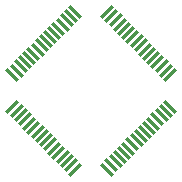
<source format=gbr>
%TF.GenerationSoftware,KiCad,Pcbnew,7.0.5*%
%TF.CreationDate,2023-07-24T11:34:01-05:00*%
%TF.ProjectId,AcoplePic32,41636f70-6c65-4506-9963-33322e6b6963,rev?*%
%TF.SameCoordinates,Original*%
%TF.FileFunction,Paste,Top*%
%TF.FilePolarity,Positive*%
%FSLAX46Y46*%
G04 Gerber Fmt 4.6, Leading zero omitted, Abs format (unit mm)*
G04 Created by KiCad (PCBNEW 7.0.5) date 2023-07-24 11:34:01*
%MOMM*%
%LPD*%
G01*
G04 APERTURE LIST*
G04 Aperture macros list*
%AMRotRect*
0 Rectangle, with rotation*
0 The origin of the aperture is its center*
0 $1 length*
0 $2 width*
0 $3 Rotation angle, in degrees counterclockwise*
0 Add horizontal line*
21,1,$1,$2,0,0,$3*%
G04 Aperture macros list end*
%ADD10RotRect,0.279400X1.346200X45.000000*%
%ADD11RotRect,0.279400X1.346200X315.000000*%
G04 APERTURE END LIST*
D10*
%TO.C,U1*%
X120971651Y-84334175D03*
X120618098Y-84687728D03*
X120264544Y-85041282D03*
X119910991Y-85394835D03*
X119557437Y-85748389D03*
X119203884Y-86101942D03*
X118850331Y-86455495D03*
X118496777Y-86809049D03*
X118143224Y-87162602D03*
X117789670Y-87516156D03*
X117436117Y-87869709D03*
X117082564Y-88223262D03*
X116729010Y-88576816D03*
X116375457Y-88930369D03*
X116021903Y-89283923D03*
X115668350Y-89637476D03*
D11*
X115668350Y-92362524D03*
X116021903Y-92716077D03*
X116375457Y-93069631D03*
X116729010Y-93423184D03*
X117082564Y-93776738D03*
X117436117Y-94130291D03*
X117789670Y-94483844D03*
X118143224Y-94837398D03*
X118496777Y-95190951D03*
X118850331Y-95544505D03*
X119203884Y-95898058D03*
X119557437Y-96251611D03*
X119910991Y-96605165D03*
X120264544Y-96958718D03*
X120618098Y-97312272D03*
X120971651Y-97665825D03*
D10*
X123696699Y-97665825D03*
X124050252Y-97312272D03*
X124403806Y-96958718D03*
X124757359Y-96605165D03*
X125110913Y-96251611D03*
X125464466Y-95898058D03*
X125818019Y-95544505D03*
X126171573Y-95190951D03*
X126525126Y-94837398D03*
X126878680Y-94483844D03*
X127232233Y-94130291D03*
X127585786Y-93776738D03*
X127939340Y-93423184D03*
X128292893Y-93069631D03*
X128646447Y-92716077D03*
X129000000Y-92362524D03*
D11*
X129000000Y-89637476D03*
X128646447Y-89283923D03*
X128292893Y-88930369D03*
X127939340Y-88576816D03*
X127585786Y-88223262D03*
X127232233Y-87869709D03*
X126878680Y-87516156D03*
X126525126Y-87162602D03*
X126171573Y-86809049D03*
X125818019Y-86455495D03*
X125464466Y-86101942D03*
X125110913Y-85748389D03*
X124757359Y-85394835D03*
X124403806Y-85041282D03*
X124050252Y-84687728D03*
X123696699Y-84334175D03*
%TD*%
M02*

</source>
